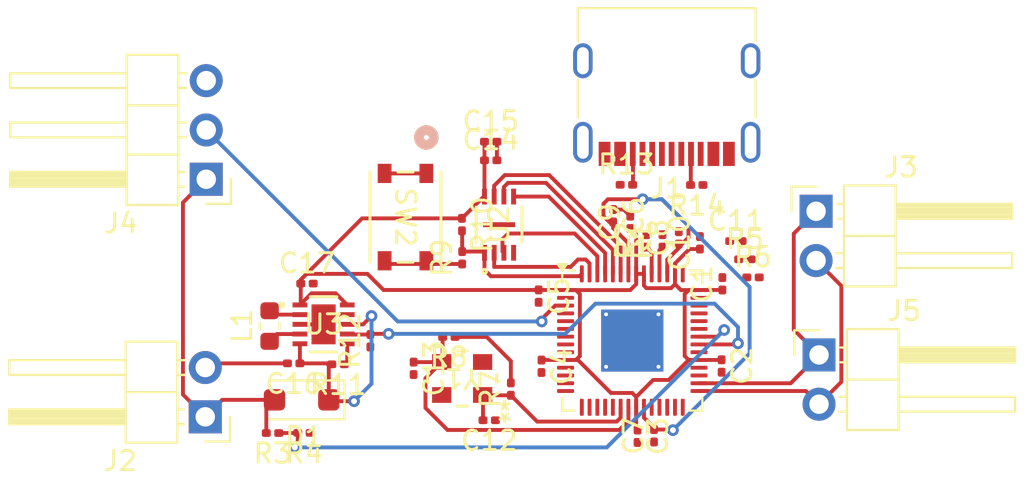
<source format=kicad_pcb>
(kicad_pcb (version 20240108) (generator "pcbnew") (generator_version "8.0")
  (layers (0 "F.Cu" signal) (31 "B.Cu" signal) (34 "B.Paste" user) (35 "F.Paste" user) (36 "B.SilkS" user "B.Silkscreen") (37 "F.SilkS" user "F.Silkscreen") (38 "B.Mask" user) (39 "F.Mask" user) (44 "Edge.Cuts" user))
  (net 0 "")
  (net 1 "/3V3")
  (net 2 "GND")
  (net 3 "/1V1")
  (net 4 "/ADC_AVDD")
  (net 5 "/XIN")
  (net 6 "/XOUT")
  (net 8 "/VSYS")
  (net 9 "/5v")
  (net 10 "/D+")
  (net 12 "/CC2")
  (net 15 "/D-")
  (net 17 "/CC1")
  (net 20 "/I2C D-")
  (net 21 "/I2C D+")
  (net 22 "Net-(U3-LX2)")
  (net 23 "Net-(U3-LX1)")
  (net 24 "Net-(U1-USB_DM)")
  (net 25 "Net-(U1-USB_DP)")
  (net 26 "/GPIO24")
  (net 27 "/ADC_VREF")
  (net 28 "Net-(R7-Pad2)")
  (net 29 "/QSPI_CSN")
  (net 30 "Net-(R9-Pad1)")
  (net 31 "/3V3_EN")
  (net 32 "/GPIO23")
  (net 34 "/QSPI_SD1")
  (net 38 "/LED OUT")
  (net 45 "/QSPI_SD3")
  (net 47 "/RUN")
  (net 52 "/QSPI_SD2")
  (net 58 "/QSPI_SCLK")
  (net 61 "/QSPI_SD0")
  (footprint "Resistor_SMD:R_0201_0603Metric" (layer "F.Cu") (at 130.375 86.26)
    (property "Reference" "R5" (at 0 -1.05 0) (layer "F.SilkS"))
    (property "Value" "1R")
    (pad "1" smd roundrect (at -0.32 0) (size 0.46 0.4) (layers "F.Cu" "F.Mask") (net 4 "/ADC_AVDD"))
    (pad "2" smd roundrect (at 0.32 0) (size 0.46 0.4) (layers "F.Cu" "F.Mask") (net 27 "/ADC_VREF"))
  )
  (footprint "Resistor_SMD:R_0201_0603Metric" (layer "F.Cu") (at 130.795 87.19)
    (property "Reference" "R6" (at 0 -1.05 0) (layer "F.SilkS"))
    (property "Value" "200R")
    (pad "1" smd roundrect (at -0.32 0) (size 0.46 0.4) (layers "F.Cu" "F.Mask") (net 27 "/ADC_VREF"))
    (pad "2" smd roundrect (at 0.32 0) (size 0.46 0.4) (layers "F.Cu" "F.Mask") (net 1 "/3V3"))
  )
  (footprint "RT6150B_33GQW:10-WFDFN-EP_RIT" (layer "F.Cu") (at 108.6708 89.610001)
    (property "Reference" "U3" (at 0 0 0) (layer "F.SilkS"))
    (property "Value" "RT6150B-33GQW")
    (pad "1" smd rect (at -1.2192 -1.000001) (size 0.762 0.254) (layers "F.Cu" "F.Paste" "F.Mask") (net 1 "/3V3"))
    (pad "2" smd rect (at -1.2192 -0.499999) (size 0.762 0.254) (layers "F.Cu" "F.Paste" "F.Mask") (net 22 "Net-(U3-LX2)"))
    (pad "3" smd rect (at -1.2192 0) (size 0.762 0.254) (layers "F.Cu" "F.Paste" "F.Mask") (net 2 "GND"))
    (pad "4" smd rect (at -1.2192 0.499999) (size 0.762 0.254) (layers "F.Cu" "F.Paste" "F.Mask") (net 23 "Net-(U3-LX1)"))
    (pad "5" smd rect (at -1.2192 1.000001) (size 0.762 0.254) (layers "F.Cu" "F.Paste" "F.Mask") (net 8 "/VSYS"))
    (pad "6" smd rect (at 1.2192 1.000001) (size 0.762 0.254) (layers "F.Cu" "F.Paste" "F.Mask") (net 31 "/3V3_EN"))
    (pad "7" smd rect (at 1.2192 0.499999) (size 0.762 0.254) (layers "F.Cu" "F.Paste" "F.Mask") (net 32 "/GPIO23"))
    (pad "8" smd rect (at 1.2192 0) (size 0.762 0.254) (layers "F.Cu" "F.Paste" "F.Mask") (net 8 "/VSYS"))
    (pad "9" smd rect (at 1.2192 -0.499999) (size 0.762 0.254) (layers "F.Cu" "F.Paste" "F.Mask") (net 2 "GND"))
    (pad "10" smd rect (at 1.2192 -1.000001) (size 0.762 0.254) (layers "F.Cu" "F.Paste" "F.Mask") (net 1 "/3V3"))
    (pad "11" smd rect (at 0 0) (size 1.2446 2.0574) (layers "F.Cu" "F.Paste" "F.Mask") (net 2 "GND"))
  )
  (footprint "Resistor_SMD:R_0201_0603Metric" (layer "F.Cu") (at 127.895 82.43 180)
    (property "Reference" "R14" (at 0 -1.05 360) (layer "F.SilkS"))
    (property "Value" "5.11K")
    (pad "1" smd roundrect (at -0.32 0 180) (size 0.46 0.4) (layers "F.Cu" "F.Mask") (net 2 "GND"))
    (pad "2" smd roundrect (at 0.32 0 180) (size 0.46 0.4) (layers "F.Cu" "F.Mask") (net 17 "/CC1"))
  )
  (footprint "Inductor_SMD:L_0603_1608Metric" (layer "F.Cu") (at 105.89 89.697502 90)
    (property "Reference" "L1" (at 0 -1.43 90) (layer "F.SilkS"))
    (property "Value" "L")
    (pad "1" smd roundrect (at -0.7875 0 90) (size 0.875 0.95) (layers "F.Cu" "F.Paste" "F.Mask") (net 23 "Net-(U3-LX1)"))
    (pad "2" smd roundrect (at 0.7875 0 90) (size 0.875 0.95) (layers "F.Cu" "F.Paste" "F.Mask") (net 22 "Net-(U3-LX2)"))
  )
  (footprint "PTS815_SJM_250_SMTR_LFS:SW4_PTS815 SJM 250 SMTR LFS_CNK" (layer "F.Cu") (at 112.89 84.0842 -90)
    (property "Reference" "SW2" (at 0 0 -90) (layer "F.SilkS"))
    (property "Value" "PTS815 SJM 250 SMTR LFS")
    (pad "1" smd rect (at -2.250001 -1.074999 270) (size 0.9906 0.7112) (layers "F.Cu" "F.Paste" "F.Mask") (net 2 "GND"))
    (pad "2" smd rect (at 2.250001 -1.074999 270) (size 0.9906 0.7112) (layers "F.Cu" "F.Paste" "F.Mask") (net 30 "Net-(R9-Pad1)"))
    (pad "3" smd rect (at -2.250001 1.074999 270) (size 0.9906 0.7112) (layers "F.Cu" "F.Paste" "F.Mask") (net 2 "GND"))
    (pad "4" smd rect (at 2.250001 1.074999 270) (size 0.9906 0.7112) (layers "F.Cu" "F.Paste" "F.Mask") (net 30 "Net-(R9-Pad1)"))
  )
  (footprint "Capacitor_SMD:C_0201_0603Metric" (layer "F.Cu") (at 107.815 87.510002)
    (property "Reference" "C17" (at 0 -1.05 360) (layer "F.SilkS"))
    (property "Value" "0.47uF")
    (pad "1" smd roundrect (at -0.32 0) (size 0.46 0.4) (layers "F.Cu" "F.Mask") (net 1 "/3V3"))
    (pad "2" smd roundrect (at 0.32 0) (size 0.46 0.4) (layers "F.Cu" "F.Mask") (net 2 "GND"))
  )
  (footprint "Resistor_SMD:R_0201_0603Metric" (layer "F.Cu") (at 109.415 91.670002 180)
    (property "Reference" "R11" (at 0 -1.05 360) (layer "F.SilkS"))
    (property "Value" "100K")
    (pad "1" smd roundrect (at -0.32 0 180) (size 0.46 0.4) (layers "F.Cu" "F.Mask") (net 31 "/3V3_EN"))
    (pad "2" smd roundrect (at 0.32 0 180) (size 0.46 0.4) (layers "F.Cu" "F.Mask") (net 8 "/VSYS"))
  )
  (footprint "Capacitor_SMD:C_0201_0603Metric" (layer "F.Cu") (at 126.97 85.155 90)
    (property "Reference" "C8" (at 0 -1.05 90) (layer "F.SilkS"))
    (property "Value" "2u2")
    (pad "1" smd roundrect (at -0.32 0 90) (size 0.46 0.4) (layers "F.Cu" "F.Mask") (net 3 "/1V1"))
    (pad "2" smd roundrect (at 0.32 0 90) (size 0.46 0.4) (layers "F.Cu" "F.Mask") (net 2 "GND"))
  )
  (footprint "Connector_PinHeader_2.54mm:PinHeader_1x02_P2.54mm_Horizontal" (layer "F.Cu") (at 102.575 94.375 180)
    (property "Reference" "J2" (at 4.385 -2.27 360) (layer "F.SilkS"))
    (property "Value" "Conn_01x02_Pin")
    (pad "1" thru_hole rect (at 0 0 180) (size 1.7 1.7) (drill 1) (layers "*.Cu" "*.Mask") (net 9 "/5v"))
    (pad "2" thru_hole oval (at 0 2.54 180) (size 1.7 1.7) (drill 1) (layers "*.Cu" "*.Mask") (net 2 "GND"))
  )
  (footprint "Capacitor_SMD:C_0201_0603Metric" (layer "F.Cu") (at 124.47 84.355 90)
    (property "Reference" "C9" (at 0 -1.05 90) (layer "F.SilkS"))
    (property "Value" "100nF")
    (pad "1" smd roundrect (at -0.32 0 90) (size 0.46 0.4) (layers "F.Cu" "F.Mask") (net 1 "/3V3"))
    (pad "2" smd roundrect (at 0.32 0 90) (size 0.46 0.4) (layers "F.Cu" "F.Mask") (net 2 "GND"))
  )
  (footprint "Capacitor_SMD:C_0201_0603Metric" (layer "F.Cu") (at 128.06 85.41 90)
    (property "Reference" "C10" (at 0 -1.05 90) (layer "F.SilkS"))
    (property "Value" "2u2")
    (pad "1" smd roundrect (at -0.32 0 90) (size 0.46 0.4) (layers "F.Cu" "F.Mask") (net 1 "/3V3"))
    (pad "2" smd roundrect (at 0.32 0 90) (size 0.46 0.4) (layers "F.Cu" "F.Mask") (net 2 "GND"))
  )
  (footprint "Package_DFN_QFN:QFN-56-1EP_7x7mm_P0.4mm_EP3.2x3.2mm_ThermalVias" (layer "F.Cu") (at 124.575 90.445)
    (property "Reference" "U1" (at 0 -4.83 360) (layer "F.SilkS"))
    (property "Value" "RP2040")
    (pad "1" smd roundrect (at -3.4375 -2.6) (size 0.875 0.2) (layers "F.Cu" "F.Paste" "F.Mask") (net 1 "/3V3"))
    (pad "2" smd roundrect (at -3.4375 -2.2) (size 0.875 0.2) (layers "F.Cu" "F.Paste" "F.Mask"))
    (pad "3" smd roundrect (at -3.4375 -1.8) (size 0.875 0.2) (layers "F.Cu" "F.Paste" "F.Mask") (net 38 "/LED OUT"))
    (pad "4" smd roundrect (at -3.4375 -1.4) (size 0.875 0.2) (layers "F.Cu" "F.Paste" "F.Mask"))
    (pad "5" smd roundrect (at -3.4375 -1) (size 0.875 0.2) (layers "F.Cu" "F.Paste" "F.Mask"))
    (pad "6" smd roundrect (at -3.4375 -0.6) (size 0.875 0.2) (layers "F.Cu" "F.Paste" "F.Mask"))
    (pad "7" smd roundrect (at -3.4375 -0.2) (size 0.875 0.2) (layers "F.Cu" "F.Paste" "F.Mask"))
    (pad "8" smd roundrect (at -3.4375 0.2) (size 0.875 0.2) (layers "F.Cu" "F.Paste" "F.Mask"))
    (pad "9" smd roundrect (at -3.4375 0.6) (size 0.875 0.2) (layers "F.Cu" "F.Paste" "F.Mask"))
    (pad "10" smd roundrect (at -3.4375 1) (size 0.875 0.2) (layers "F.Cu" "F.Paste" "F.Mask") (net 1 "/3V3"))
    (pad "11" smd roundrect (at -3.4375 1.4) (size 0.875 0.2) (layers "F.Cu" "F.Paste" "F.Mask"))
    (pad "12" smd roundrect (at -3.4375 1.8) (size 0.875 0.2) (layers "F.Cu" "F.Paste" "F.Mask"))
    (pad "13" smd roundrect (at -3.4375 2.2) (size 0.875 0.2) (layers "F.Cu" "F.Paste" "F.Mask"))
    (pad "14" smd roundrect (at -3.4375 2.6) (size 0.875 0.2) (layers "F.Cu" "F.Paste" "F.Mask"))
    (pad "15" smd roundrect (at -2.6 3.4375) (size 0.2 0.875) (layers "F.Cu" "F.Paste" "F.Mask"))
    (pad "16" smd roundrect (at -2.2 3.4375) (size 0.2 0.875) (layers "F.Cu" "F.Paste" "F.Mask"))
    (pad "17" smd roundrect (at -1.8 3.4375) (size 0.2 0.875) (layers "F.Cu" "F.Paste" "F.Mask"))
    (pad "18" smd roundrect (at -1.4 3.4375) (size 0.2 0.875) (layers "F.Cu" "F.Paste" "F.Mask"))
    (pad "19" smd roundrect (at -1 3.4375) (size 0.2 0.875) (layers "F.Cu" "F.Paste" "F.Mask") (net 2 "GND"))
    (pad "20" smd roundrect (at -0.6 3.4375) (size 0.2 0.875) (layers "F.Cu" "F.Paste" "F.Mask") (net 5 "/XIN"))
    (pad "21" smd roundrect (at -0.2 3.4375) (size 0.2 0.875) (layers "F.Cu" "F.Paste" "F.Mask") (net 6 "/XOUT"))
    (pad "22" smd roundrect (at 0.2 3.4375) (size 0.2 0.875) (layers "F.Cu" "F.Paste" "F.Mask") (net 1 "/3V3"))
    (pad "23" smd roundrect (at 0.6 3.4375) (size 0.2 0.875) (layers "F.Cu" "F.Paste" "F.Mask") (net 3 "/1V1"))
    (pad "24" smd roundrect (at 1 3.4375) (size 0.2 0.875) (layers "F.Cu" "F.Paste" "F.Mask"))
    (pad "25" smd roundrect (at 1.4 3.4375) (size 0.2 0.875) (layers "F.Cu" "F.Paste" "F.Mask"))
    (pad "26" smd roundrect (at 1.8 3.4375) (size 0.2 0.875) (layers "F.Cu" "F.Paste" "F.Mask") (net 47 "/RUN"))
    (pad "27" smd roundrect (at 2.2 3.4375) (size 0.2 0.875) (layers "F.Cu" "F.Paste" "F.Mask"))
    (pad "28" smd roundrect (at 2.6 3.4375) (size 0.2 0.875) (layers "F.Cu" "F.Paste" "F.Mask"))
    (pad "29" smd roundrect (at 3.4375 2.6) (size 0.875 0.2) (layers "F.Cu" "F.Paste" "F.Mask") (net 20 "/I2C D-"))
    (pad "30" smd roundrect (at 3.4375 2.2) (size 0.875 0.2) (layers "F.Cu" "F.Paste" "F.Mask") (net 21 "/I2C D+"))
    (pad "31" smd roundrect (at 3.4375 1.8) (size 0.875 0.2) (layers "F.Cu" "F.Paste" "F.Mask"))
    (pad "32" smd roundrect (at 3.4375 1.4) (size 0.875 0.2) (layers "F.Cu" "F.Paste" "F.Mask"))
    (pad "33" smd roundrect (at 3.4375 1) (size 0.875 0.2) (layers "F.Cu" "F.Paste" "F.Mask") (net 1 "/3V3"))
    (pad "34" smd roundrect (at 3.4375 0.6) (size 0.875 0.2) (layers "F.Cu" "F.Paste" "F.Mask"))
    (pad "35" smd roundrect (at 3.4375 0.2) (size 0.875 0.2) (layers "F.Cu" "F.Paste" "F.Mask") (net 32 "/GPIO23"))
    (pad "36" smd roundrect (at 3.4375 -0.2) (size 0.875 0.2) (layers "F.Cu" "F.Paste" "F.Mask") (net 26 "/GPIO24"))
    (pad "37" smd roundrect (at 3.4375 -0.6) (size 0.875 0.2) (layers "F.Cu" "F.Paste" "F.Mask"))
    (pad "38" smd roundrect (at 3.4375 -1) (size 0.875 0.2) (layers "F.Cu" "F.Paste" "F.Mask"))
    (pad "39" smd roundrect (at 3.4375 -1.4) (size 0.875 0.2) (layers "F.Cu" "F.Paste" "F.Mask"))
    (pad "40" smd roundrect (at 3.4375 -1.8) (size 0.875 0.2) (layers "F.Cu" "F.Paste" "F.Mask"))
    (pad "41" smd roundrect (at 3.4375 -2.2) (size 0.875 0.2) (layers "F.Cu" "F.Paste" "F.Mask"))
    (pad "42" smd roundrect (at 3.4375 -2.6) (size 0.875 0.2) (layers "F.Cu" "F.Paste" "F.Mask") (net 1 "/3V3"))
    (pad "43" smd roundrect (at 2.6 -3.4375) (size 0.2 0.875) (layers "F.Cu" "F.Paste" "F.Mask") (net 4 "/ADC_AVDD"))
    (pad "44" smd roundrect (at 2.2 -3.4375) (size 0.2 0.875) (layers "F.Cu" "F.Paste" "F.Mask") (net 1 "/3V3"))
    (pad "45" smd roundrect (at 1.8 -3.4375) (size 0.2 0.875) (layers "F.Cu" "F.Paste" "F.Mask") (net 3 "/1V1"))
    (pad "46" smd roundrect (at 1.4 -3.4375) (size 0.2 0.875) (layers "F.Cu" "F.Paste" "F.Mask") (net 24 "Net-(U1-USB_DM)"))
    (pad "47" smd roundrect (at 1 -3.4375) (size 0.2 0.875) (layers "F.Cu" "F.Paste" "F.Mask") (net 25 "Net-(U1-USB_DP)"))
    (pad "48" smd roundrect (at 0.6 -3.4375) (size 0.2 0.875) (layers "F.Cu" "F.Paste" "F.Mask") (net 1 "/3V3"))
    (pad "49" smd roundrect (at 0.2 -3.4375) (size 0.2 0.875) (layers "F.Cu" "F.Paste" "F.Mask") (net 1 "/3V3"))
    (pad "50" smd roundrect (at -0.2 -3.4375) (size 0.2 0.875) (layers "F.Cu" "F.Paste" "F.Mask") (net 3 "/1V1"))
    (pad "51" smd roundrect (at -0.6 -3.4375) (size 0.2 0.875) (layers "F.Cu" "F.Paste" "F.Mask") (net 45 "/QSPI_SD3"))
    (pad "52" smd roundrect (at -1 -3.4375) (size 0.2 0.875) (layers "F.Cu" "F.Paste" "F.Mask") (net 58 "/QSPI_SCLK"))
    (pad "53" smd roundrect (at -1.4 -3.4375) (size 0.2 0.875) (layers "F.Cu" "F.Paste" "F.Mask") (net 61 "/QSPI_SD0"))
    (pad "54" smd roundrect (at -1.8 -3.4375) (size 0.2 0.875) (layers "F.Cu" "F.Paste" "F.Mask") (net 52 "/QSPI_SD2"))
    (pad "55" smd roundrect (at -2.2 -3.4375) (size 0.2 0.875) (layers "F.Cu" "F.Paste" "F.Mask") (net 34 "/QSPI_SD1"))
    (pad "56" smd roundrect (at -2.6 -3.4375) (size 0.2 0.875) (layers "F.Cu" "F.Paste" "F.Mask") (net 29 "/QSPI_CSN"))
    (pad "57" thru_hole circle (at -1.35 -1.35) (size 0.5 0.5) (drill 0.2) (property pad_prop_heatsink) (layers "*.Cu") (net 2 "GND"))
    (pad "57" thru_hole circle (at -1.35 1.35) (size 0.5 0.5) (drill 0.2) (property pad_prop_heatsink) (layers "*.Cu") (net 2 "GND"))
    (pad "57" smd rect (at 0 0) (size 3.2 3.2) (property pad_prop_heatsink) (layers "F.Cu" "F.Mask") (net 2 "GND"))
    (pad "57" smd rect (at 0 0) (size 3.2 3.2) (property pad_prop_heatsink) (layers "B.Cu") (net 2 "GND"))
    (pad "57" thru_hole circle (at 1.35 -1.35) (size 0.5 0.5) (drill 0.2) (property pad_prop_heatsink) (layers "*.Cu") (net 2 "GND"))
    (pad "57" thru_hole circle (at 1.35 1.35) (size 0.5 0.5) (drill 0.2) (property pad_prop_heatsink) (layers "*.Cu") (net 2 "GND"))
  )
  (footprint "Capacitor_SMD:C_0201_0603Metric" (layer "F.Cu") (at 119.895 91.77 -90)
    (property "Reference" "C4" (at 0 -1.05 90) (layer "F.SilkS"))
    (property "Value" "100nF")
    (pad "1" smd roundrect (at -0.32 0 270) (size 0.46 0.4) (layers "F.Cu" "F.Mask") (net 1 "/3V3"))
    (pad "2" smd roundrect (at 0.32 0 270) (size 0.46 0.4) (layers "F.Cu" "F.Mask") (net 2 "GND"))
  )
  (footprint "Resistor_SMD:R_0201_0603Metric" (layer "F.Cu") (at 111.08 90.455002 90)
    (property "Reference" "R12" (at 0 -1.05 90) (layer "F.SilkS"))
    (property "Value" "100K")
    (pad "1" smd roundrect (at -0.32 0 90) (size 0.46 0.4) (layers "F.Cu" "F.Mask") (net 2 "GND"))
    (pad "2" smd roundrect (at 0.32 0 90) (size 0.46 0.4) (layers "F.Cu" "F.Mask") (net 32 "/GPIO23"))
  )
  (footprint "Resistor_SMD:R_0201_0603Metric" (layer "F.Cu") (at 115.8 84.47 -90)
    (property "Reference" "R10" (at 0 -1.05 90) (layer "F.SilkS"))
    (property "Value" "No-Fit")
    (pad "1" smd roundrect (at -0.32 0 270) (size 0.46 0.4) (layers "F.Cu" "F.Mask") (net 1 "/3V3"))
    (pad "2" smd roundrect (at 0.32 0 270) (size 0.46 0.4) (layers "F.Cu" "F.Mask") (net 29 "/QSPI_CSN"))
  )
  (footprint "Capacitor_SMD:C_0201_0603Metric" (layer "F.Cu") (at 129.215 87.52 90)
    (property "Reference" "C1" (at 0 -1.05 90) (layer "F.SilkS"))
    (property "Value" "100nF")
    (pad "1" smd roundrect (at -0.32 0 90) (size 0.46 0.4) (layers "F.Cu" "F.Mask") (net 1 "/3V3"))
    (pad "2" smd roundrect (at 0.32 0 90) (size 0.46 0.4) (layers "F.Cu" "F.Mask") (net 2 "GND"))
  )
  (footprint "Capacitor_SMD:C_0201_0603Metric" (layer "F.Cu") (at 119.75 88.155 -90)
    (property "Reference" "C5" (at 0 -1.05 90) (layer "F.SilkS"))
    (property "Value" "100nF")
    (pad "1" smd roundrect (at -0.32 0 270) (size 0.46 0.4) (layers "F.Cu" "F.Mask") (net 1 "/3V3"))
    (pad "2" smd roundrect (at 0.32 0 270) (size 0.46 0.4) (layers "F.Cu" "F.Mask") (net 2 "GND"))
  )
  (footprint "Connector_PinHeader_2.54mm:PinHeader_1x03_P2.54mm_Horizontal" (layer "F.Cu") (at 102.625 82.135 180)
    (property "Reference" "J4" (at 4.385 -2.27 0) (layer "F.SilkS"))
    (property "Value" "Conn_01x03_Pin")
    (pad "1" thru_hole rect (at 0 0 180) (size 1.7 1.7) (drill 1) (layers "*.Cu" "*.Mask") (net 9 "/5v"))
    (pad "2" thru_hole oval (at 0 2.54 180) (size 1.7 1.7) (drill 1) (layers "*.Cu" "*.Mask") (net 38 "/LED OUT"))
    (pad "3" thru_hole oval (at 0 5.08 180) (size 1.7 1.7) (drill 1) (layers "*.Cu" "*.Mask") (net 2 "GND"))
  )
  (footprint "Resistor_SMD:R_0201_0603Metric" (layer "F.Cu") (at 124.27 82.42)
    (property "Reference" "R13" (at 0 -1.05 360) (layer "F.SilkS"))
    (property "Value" "5.11K")
    (pad "1" smd roundrect (at -0.32 0) (size 0.46 0.4) (layers "F.Cu" "F.Mask") (net 2 "GND"))
    (pad "2" smd roundrect (at 0.32 0) (size 0.46 0.4) (layers "F.Cu" "F.Mask") (net 12 "/CC2"))
  )
  (footprint "Capacitor_SMD:C_0201_0603Metric" (layer "F.Cu") (at 117.2037 94.5506 180)
    (property "Reference" "C12" (at 0 -1.05 360) (layer "F.SilkS"))
    (property "Value" "15pF")
    (pad "1" smd roundrect (at -0.32 0 180) (size 0.46 0.4) (layers "F.Cu" "F.Mask") (net 2 "GND"))
    (pad "2" smd roundrect (at 0.32 0 180) (size 0.46 0.4) (layers "F.Cu" "F.Mask") (net 5 "/XIN"))
  )
  (footprint "W25Q16JVUXIQ_TR:USON-8_UX_2x3x0p6_WIN" (layer "F.Cu") (at 117.71 84.475 90)
    (property "Reference" "U2" (at 0 0 90) (layer "F.SilkS"))
    (property "Value" "W25Q16JVUXIQ TR")
    (pad "1" smd rect (at -1.4478 -0.750001 90) (size 0.8128 0.254) (layers "F.Cu" "F.Paste" "F.Mask") (net 29 "/QSPI_CSN"))
    (pad "2" smd rect (at -1.4478 -0.25 90) (size 0.8128 0.254) (layers "F.Cu" "F.Paste" "F.Mask") (net 34 "/QSPI_SD1"))
    (pad "3" smd rect (at -1.4478 0.25 90) (size 0.8128 0.254) (layers "F.Cu" "F.Paste" "F.Mask") (net 52 "/QSPI_SD2"))
    (pad "4" smd rect (at -1.4478 0.750001 90) (size 0.8128 0.254) (layers "F.Cu" "F.Paste" "F.Mask") (net 2 "GND"))
    (pad "5" smd rect (at 1.4478 0.750001 90) (size 0.8128 0.254) (layers "F.Cu" "F.Paste" "F.Mask") (net 61 "/QSPI_SD0"))
    (pad "6" smd rect (at 1.4478 0.25 90) (size 0.8128 0.254) (layers "F.Cu" "F.Paste" "F.Mask") (net 58 "/QSPI_SCLK"))
    (pad "7" smd rect (at 1.4478 -0.25 90) (size 0.8128 0.254) (layers "F.Cu" "F.Paste" "F.Mask") (net 45 "/QSPI_SD3"))
    (pad "8" smd rect (at 1.4478 -0.750001 90) (size 0.8128 0.254) (layers "F.Cu" "F.Paste" "F.Mask") (net 1 "/3V3"))
    (pad "9" smd rect (at 0 0 90) (size 0.254 1.651) (layers "F.Cu" "F.Paste" "F.Mask"))
  )
  (footprint "Diode_SMD:D_SOD-123F" (layer "F.Cu") (at 107.54 93.5 180)
    (property "Reference" "D1" (at -0.127 -1.905 360) (layer "F.SilkS"))
    (property "Value" "D_Schottky")
    (pad "1" smd roundrect (at -1.4 0 180) (size 1.1 1.1) (layers "F.Cu" "F.Paste" "F.Mask") (roundrect_rratio 0.2272727273) (net 8 "/VSYS"))
    (pad "2" smd roundrect (at 1.4 0 180) (size 1.1 1.1) (layers "F.Cu" "F.Paste" "F.Mask") (roundrect_rratio 0.2272727273) (net 9 "/5v"))
  )
  (footprint "Resistor_SMD:R_0201_0603Metric" (layer "F.Cu") (at 126.13 85.31 90)
    (property "Reference" "R1" (at 0 -1.05 90) (layer "F.SilkS"))
    (property "Value" "27R")
    (pad "1" smd roundrect (at -0.32 0 90) (size 0.46 0.4) (layers "F.Cu" "F.Mask") (net 24 "Net-(U1-USB_DM)"))
    (pad "2" smd roundrect (at 0.32 0 90) (size 0.46 0.4) (layers "F.Cu" "F.Mask") (net 15 "/D-"))
  )
  (footprint "Capacitor_SMD:C_0201_0603Metric" (layer "F.Cu") (at 129.915 85.32)
    (property "Reference" "C11" (at 0 -1.05 0) (layer "F.SilkS"))
    (property "Value" "2u2")
    (pad "1" smd roundrect (at -0.32 0) (size 0.46 0.4) (layers "F.Cu" "F.Mask") (net 4 "/ADC_AVDD"))
    (pad "2" smd roundrect (at 0.32 0) (size 0.46 0.4) (layers "F.Cu" "F.Mask") (net 2 "GND"))
  )
  (footprint "Resistor_SMD:R_0201_0603Metric" (layer "F.Cu") (at 115.1237 90.2606 180)
    (property "Reference" "R8" (at 0 -1.05 360) (layer "F.SilkS"))
    (property "Value" "63")
    (pad "1" smd roundrect (at -0.32 0 180) (size 0.46 0.4) (layers "F.Cu" "F.Mask") (net 28 "Net-(R7-Pad2)"))
    (pad "2" smd roundrect (at 0.32 0 180) (size 0.46 0.4) (layers "F.Cu" "F.Mask") (net 6 "/XOUT"))
  )
  (footprint "ABM8G_12_000MHZ_B4Y_T:CRYSTAL_ABM8G_ABR" (layer "F.Cu") (at 115.81 92.4 180)
    (property "Reference" "Y1" (at 0 0 180) (layer "F.SilkS"))
    (property "Value" "ABM8G-12.000MHZ-B4Y-T")
    (fp_text user "*" (at -2.1844 -1.7 180) (layer "F.SilkS"))
    (fp_text user "*" (at -2.1844 -1.7 360) (layer "F.SilkS"))
    (pad "1" smd rect (at -1.0541 -0.850001 270) (size 0.8128 0.9906) (layers "F.Cu" "F.Paste" "F.Mask") (net 5 "/XIN"))
    (pad "2" smd rect (at -1.0541 0.850001 270) (size 0.8128 0.9906) (layers "F.Cu" "F.Paste" "F.Mask") (net 2 "GND"))
    (pad "3" smd rect (at 1.0541 0.850001 270) (size 0.8128 0.9906) (layers "F.Cu" "F.Paste" "F.Mask") (net 6 "/XOUT"))
    (pad "4" smd rect (at 1.0541 -0.850001 270) (size 0.8128 0.9906) (layers "F.Cu" "F.Paste" "F.Mask") (net 2 "GND"))
  )
  (footprint "Capacitor_SMD:C_0201_0603Metric" (layer "F.Cu") (at 129.175 91.755 -90)
    (property "Reference" "C2" (at 0 -1.05 90) (layer "F.SilkS"))
    (property "Value" "100nF")
    (pad "1" smd roundrect (at -0.32 0 270) (size 0.46 0.4) (layers "F.Cu" "F.Mask") (net 1 "/3V3"))
    (pad "2" smd roundrect (at 0.32 0 270) (size 0.46 0.4) (layers "F.Cu" "F.Mask") (net 2 "GND"))
  )
  (footprint "Connector_USB:USB_C_Receptacle_G-Switch_GT-USB-7010ASV" (layer "F.Cu") (at 126.35 77.105 180)
    (property "Reference" "J1" (at 0 -5.5 360) (layer "F.SilkS"))
    (property "Value" "USB_C_Receptacle_USB2.0_16P")
    (pad "" np_thru_hole circle (at -2.89 -2.605 180) (size 0.65 0.65) (drill 0.65) (layers "*.Cu" "*.Mask"))
    (pad "" np_thru_hole circle (at 2.89 -2.605 180) (size 0.65 0.65) (drill 0.65) (layers "*.Cu" "*.Mask"))
    (pad "A1" smd rect (at -3.2 -3.725 180) (size 0.6 1.24) (layers "F.Cu" "F.Paste" "F.Mask") (net 2 "GND"))
    (pad "A4" smd rect (at -2.4 -3.725 180) (size 0.6 1.24) (layers "F.Cu" "F.Paste" "F.Mask"))
    (pad "A5" smd rect (at -1.25 -3.725 180) (size 0.3 1.24) (layers "F.Cu" "F.Paste" "F.Mask") (net 17 "/CC1"))
    (pad "A6" smd rect (at -0.25 -3.725 180) (size 0.3 1.24) (layers "F.Cu" "F.Paste" "F.Mask") (net 10 "/D+"))
    (pad "A7" smd rect (at 0.25 -3.725 180) (size 0.3 1.24) (layers "F.Cu" "F.Paste" "F.Mask") (net 15 "/D-"))
    (pad "A8" smd rect (at 1.25 -3.725 180) (size 0.3 1.24) (layers "F.Cu" "F.Paste" "F.Mask"))
    (pad "A9" smd rect (at 2.4 -3.725 180) (size 0.6 1.24) (layers "F.Cu" "F.Paste" "F.Mask"))
    (pad "A12" smd rect (at 3.2 -3.725 180) (size 0.6 1.24) (layers "F.Cu" "F.Paste" "F.Mask") (net 2 "GND"))
    (pad "B1" smd rect (at 3.2 -3.725 180) (size 0.6 1.24) (layers "F.Cu" "F.Paste" "F.Mask") (net 2 "GND"))
    (pad "B4" smd rect (at 2.4 -3.725 180) (size 0.6 1.24) (layers "F.Cu" "F.Paste" "F.Mask"))
    (pad "B5" smd rect (at 1.75 -3.725 180) (size 0.3 1.24) (layers "F.Cu" "F.Paste" "F.Mask") (net 12 "/CC2"))
    (pad "B6" smd rect (at 0.75 -3.725 180) (size 0.3 1.24) (layers "F.Cu" "F.Paste" "F.Mask") (net 10 "/D+"))
    (pad "B7" smd rect (at -0.75 -3.725 180) (size 0.3 1.24) (layers "F.Cu" "F.Paste" "F.Mask") (net 15 "/D-"))
    (pad "B8" smd rect (at -1.75 -3.725 180) (size 0.3 1.24) (layers "F.Cu" "F.Paste" "F.Mask"))
    (pad "B9" smd rect (at -2.4 -3.725 180) (size 0.6 1.24) (layers "F.Cu" "F.Paste" "F.Mask"))
    (pad "B12" smd rect (at -3.2 -3.725 180) (size 0.6 1.24) (layers "F.Cu" "F.Paste" "F.Mask") (net 2 "GND"))
    (pad "S1" thru_hole oval (at -4.32 -3.125 180) (size 1 2.1) (drill oval 0.6 1.7) (layers "*.Cu" "*.Mask") (net 2 "GND"))
    (pad "S1" thru_hole oval (at -4.32 1.075 180) (size 1 1.8) (drill oval 0.6 1.4) (layers "*.Cu" "*.Mask") (net 2 "GND"))
    (pad "S1" thru_hole oval (at 4.32 -3.125 180) (size 1 2.1) (drill oval 0.6 1.7) (layers "*.Cu" "*.Mask") (net 2 "GND"))
    (pad "S1" thru_hole oval (at 4.32 1.075 180) (size 1 1.8) (drill oval 0.6 1.4) (layers "*.Cu" "*.Mask") (net 2 "GND"))
  )
  (footprint "Resistor_SMD:R_0201_0603Metric" (layer "F.Cu") (at 125.3 85.31 90)
    (property "Reference" "R2" (at 0 -1.05 90) (layer "F.SilkS"))
    (property "Value" "27R")
    (pad "1" smd roundrect (at -0.32 0 90) (size 0.46 0.4) (layers "F.Cu" "F.Mask") (net 25 "Net-(U1-USB_DP)"))
    (pad "2" smd roundrect (at 0.32 0 90) (size 0.46 0.4) (layers "F.Cu" "F.Mask") (net 10 "/D+"))
  )
  (footprint "Resistor_SMD:R_0201_0603Metric" (layer "F.Cu") (at 118.3187 92.9456 90)
    (property "Reference" "R7" (at 0 -1.05 90) (layer "F.SilkS"))
    (property "Value" "NO-FIT")
    (pad "1" smd roundrect (at -0.32 0 90) (size 0.46 0.4) (layers "F.Cu" "F.Mask") (net 5 "/XIN"))
    (pad "2" smd roundrect (at 0.32 0 90) (size 0.46 0.4) (layers "F.Cu" "F.Mask") (net 28 "Net-(R7-Pad2)"))
  )
  (footprint "Capacitor_SMD:C_0201_0603Metric" (layer "F.Cu") (at 113.3087 91.8756 -90)
    (property "Reference" "C13" (at 0 -1.05 90) (layer "F.SilkS"))
    (property "Value" "15pF")
    (pad "1" smd roundrect (at -0.32 0 270) (size 0.46 0.4) (layers "F.Cu" "F.Mask") (net 6 "/XOUT"))
    (pad "2" smd roundrect (at 0.32 0 270) (size 0.46 0.4) (layers "F.Cu" "F.Mask") (net 2 "GND"))
  )
  (footprint "Capacitor_SMD:C_0201_0603Metric" (layer "F.Cu") (at 117.28 80.2)
    (property "Reference" "C15" (at 0 -1.05 360) (layer "F.SilkS"))
    (property "Value" "2u2 F")
    (pad "1" smd roundrect (at -0.32 0) (size 0.46 0.4) (layers "F.Cu" "F.Mask") (net 1 "/3V3"))
    (pad "2" smd roundrect (at 0.32 0) (size 0.46 0.4) (layers "F.Cu" "F.Mask") (net 2 "GND"))
  )
  (footprint "Resistor_SMD:R_0201_0603Metric" (layer "F.Cu") (at 115.81 86.18 90)
    (property "Reference" "R9" (at 0 -1.05 90) (layer "F.SilkS"))
    (property "Value" "1K")
    (pad "1" smd roundrect (at -0.32 0 90) (size 0.46 0.4) (layers "F.Cu" "F.Mask") (net 30 "Net-(R9-Pad1)"))
    (pad "2" smd roundrect (at 0.32 0 90) (size 0.46 0.4) (layers "F.Cu" "F.Mask") (net 29 "/QSPI_CSN"))
  )
  (footprint "Resistor_SMD:R_0201_0603Metric" (layer "F.Cu") (at 107.66 95.2 180)
    (property "Reference" "R4" (at 0 -1.05 360) (layer "F.SilkS"))
    (property "Value" "10K")
    (pad "1" smd roundrect (at -0.32 0 180) (size 0.46 0.4) (layers "F.Cu" "F.Mask") (net 2 "GND"))
    (pad "2" smd roundrect (at 0.32 0 180) (size 0.46 0.4) (layers "F.Cu" "F.Mask") (net 26 "/GPIO24"))
  )
  (footprint "Capacitor_SMD:C_0201_0603Metric" (layer "F.Cu") (at 107.13 91.620002 180)
    (property "Reference" "C16" (at 0 -1.05 360) (layer "F.SilkS"))
    (property "Value" "0.47uF")
    (pad "1" smd roundrect (at -0.32 0 180) (size 0.46 0.4) (layers "F.Cu" "F.Mask") (net 8 "/VSYS"))
    (pad "2" smd roundrect (at 0.32 0 180) (size 0.46 0.4) (layers "F.Cu" "F.Mask") (net 2 "GND"))
  )
  (footprint "Capacitor_SMD:C_0201_0603Metric" (layer "F.Cu") (at 124.845 95.375 -90)
    (property "Reference" "C3" (at 0 -1.05 90) (layer "F.SilkS"))
    (property "Value" "100nF")
    (pad "1" smd roundrect (at -0.32 0 270) (size 0.46 0.4) (layers "F.Cu" "F.Mask") (net 1 "/3V3"))
    (pad "2" smd roundrect (at 0.32 0 270) (size 0.46 0.4) (layers "F.Cu" "F.Mask") (net 2 "GND"))
  )
  (footprint "Capacitor_SMD:C_0201_0603Metric" (layer "F.Cu") (at 117.28 81.16)
    (property "Reference" "C14" (at 0 -1.05 360) (layer "F.SilkS"))
    (property "Value" "100nF")
    (pad "1" smd roundrect (at -0.32 0) (size 0.46 0.4) (layers "F.Cu" "F.Mask") (net 1 "/3V3"))
    (pad "2" smd roundrect (at 0.32 0) (size 0.46 0.4) (layers "F.Cu" "F.Mask") (net 2 "GND"))
  )
  (footprint "Resistor_SMD:R_0201_0603Metric" (layer "F.Cu") (at 106.04 95.21 180)
    (property "Reference" "R3" (at 0 -1.05 360) (layer "F.SilkS"))
    (property "Value" "5K6")
    (pad "1" smd roundrect (at -0.32 0 180) (size 0.46 0.4) (layers "F.Cu" "F.Mask") (net 26 "/GPIO24"))
    (pad "2" smd roundrect (at 0.32 0 180) (size 0.46 0.4) (layers "F.Cu" "F.Mask") (net 9 "/5v"))
  )
  (footprint "Capacitor_SMD:C_0201_0603Metric" (layer "F.Cu") (at 125.695 95.35 90)
    (property "Reference" "C7" (at 0 -1.05 90) (layer "F.SilkS"))
    (property "Value" "100nF")
    (pad "1" smd roundrect (at -0.32 0 90) (size 0.46 0.4) (layers "F.Cu" "F.Mask") (net 2 "GND"))
    (pad "2" smd roundrect (at 0.32 0 90) (size 0.46 0.4) (layers "F.Cu" "F.Mask") (net 3 "/1V1"))
  )
  (footprint "Capacitor_SMD:C_0201_0603Metric" (layer "F.Cu") (at 123.59 84.015 -90)
    (property "Reference" "C6" (at 0 -1.05 90) (layer "F.SilkS"))
    (property "Value" "100nF")
    (pad "1" smd roundrect (at -0.32 0 270) (size 0.46 0.4) (layers "F.Cu" "F.Mask") (net 2 "GND"))
    (pad "2" smd roundrect (at 0.32 0 270) (size 0.46 0.4) (layers "F.Cu" "F.Mask") (net 3 "/1V1"))
  )
  (footprint "Connector_PinHeader_2.54mm:PinHeader_1x02_P2.54mm_Horizontal" (layer "F.Cu") (at 134.195 91.185)
    (property "Reference" "J5" (at 4.385 -2.27 0) (layer "F.SilkS"))
    (property "Value" "Conn_01x02_Pin")
    (pad "1" thru_hole rect (at 0 0) (size 1.7 1.7) (drill 1) (layers "*.Cu" "*.Mask") (net 21 "/I2C D+"))
    (pad "2" thru_hole oval (at 0 2.54) (size 1.7 1.7) (drill 1) (layers "*.Cu" "*.Mask") (net 20 "/I2C D-"))
  )
  (footprint "Connector_PinHeader_2.54mm:PinHeader_1x02_P2.54mm_Horizontal" (layer "F.Cu") (at 134.045 83.785)
    (property "Reference" "J3" (at 4.385 -2.27 0) (layer "F.SilkS"))
    (property "Value" "Conn_01x02_Pin")
    (pad "1" thru_hole rect (at 0 0) (size 1.7 1.7) (drill 1) (layers "*.Cu" "*.Mask") (net 21 "/I2C D+"))
    (pad "2" thru_hole oval (at 0 2.54) (size 1.7 1.7) (drill 1) (layers "*.Cu" "*.Mask") (net 20 "/I2C D-"))
  )
  (segment (start 107.495 88.5666) (end 107.4516 88.61) (width 0.2) (layer "F.Cu") (net 1))
  (segment (start 116.959999 80.200001) (end 116.96 80.2) (width 0.2) (layer "F.Cu") (net 1))
  (segment (start 116.965 83.022199) (end 116.959999 83.0272) (width 0.2) (layer "F.Cu") (net 1))
  (segment (start 126.775 87.0075) (end 126.775 86.47364) (width 0.2) (layer "F.Cu") (net 1))
  (segment (start 116.959999 83.0272) (end 116.959999 80.200001) (width 0.2) (layer "F.Cu") (net 1))
  (segment (start 128.0125 87.845) (end 127.47864 87.845) (width 0.2) (layer "F.Cu") (net 1))
  (segment (start 109.89 88.61) (end 109.290002 88.010002) (width 0.2) (layer "F.Cu") (net 1))
  (segment (start 121.67136 91.445) (end 121.1375 91.445) (width 0.2) (layer "F.Cu") (net 1))
  (segment (start 110.930002 87.010002) (end 111.76 87.84) (width 0.2) (layer "F.Cu") (net 1))
  (segment (start 109.290002 88.010002) (end 108.051598 88.010002) (width 0.2) (layer "F.Cu") (net 1))
  (segment (start 126.775 87.54136) (end 126.57136 87.745) (width 0.2) (layer "F.Cu") (net 1))
  (segment (start 107.495 87.310003) (end 107.495 87.510002) (width 0.2) (layer "F.Cu") (net 1))
  (segment (start 124.47136 87.845) (end 121.1375 87.845) (width 0.2) (layer "F.Cu") (net 1))
  (segment (start 124.775 93.8825) (end 124.775 94.985) (width 0.2) (layer "F.Cu") (net 1))
  (segment (start 108.051598 88.010002) (end 107.4516 88.61) (width 0.2) (layer "F.Cu") (net 1))
  (segment (start 127.51864 85.73) (end 128.06 85.73) (width 0.2) (layer "F.Cu") (net 1))
  (segment (start 119.9 91.445) (end 121.1375 91.445) (width 0.2) (layer "F.Cu") (net 1))
  (segment (start 124.47 84.675) (end 124.775 84.98) (width 0.2) (layer "F.Cu") (net 1))
  (segment (start 124.775 87.54136) (end 124.47136 87.845) (width 0.2) (layer "F.Cu") (net 1))
  (segment (start 126.775 86.47364) (end 127.51864 85.73) (width 0.2) (layer "F.Cu") (net 1))
  (segment (start 125.64864 92.475) (end 126.44864 92.475) (width 0.2) (layer "F.Cu") (net 1))
  (segment (start 121.775 91.445) (end 123.475 93.145) (width 0.2) (layer "F.Cu") (net 1))
  (segment (start 107.495 87.310003) (end 107.795001 87.010002) (width 0.2) (layer "F.Cu") (net 1))
  (segment (start 124.775 84.98) (end 124.775 87.0075) (width 0.2) (layer "F.Cu") (net 1))
  (segment (start 125.175 87.0075) (end 124.775 87.0075) (width 0.2) (layer "F.Cu") (net 1))
  (segment (start 126.775 87.0075) (end 126.775 87.54136) (width 0.2) (layer "F.Cu") (net 1))
  (segment (start 124.775 93.34864) (end 125.64864 92.475) (width 0.2) (layer "F.Cu") (net 1))
  (segment (start 124.775 94.985) (end 124.845 95.055) (width 0.2) (layer "F.Cu") (net 1))
  (segment (start 125.305 87.745) (end 125.175 87.615) (width 0.2) (layer "F.Cu") (net 1))
  (segment (start 127.275 91.24136) (end 127.47864 91.445) (width 0.2) (layer "F.Cu") (net 1))
  (segment (start 111.76 87.84) (end 119.985 87.84) (width 0.2) (layer "F.Cu") (net 1))
  (segment (start 123.475 93.145) (end 124.57136 93.145) (width 0.2) (layer "F.Cu") (net 1))
  (segment (start 121.1375 87.845) (end 121.67136 87.845) (width 0.2) (layer "F.Cu") (net 1))
  (segment (start 127.275 88.04864) (end 127.275 91.24136) (width 0.2) (layer "F.Cu") (net 1))
  (segment (start 127.07864 87.845) (end 126.775 87.54136) (width 0.2) (layer "F.Cu") (net 1))
  (segment (start 116.965 82.985) (end 115.8 84.15) (width 0.2) (layer "F.Cu") (net 1))
  (segment (start 129.175 91.435) (end 129.165 91.445) (width 0.2) (layer "F.Cu") (net 1))
  (segment (start 115.8 84.15) (end 110.655003 84.15) (width 0.2) (layer "F.Cu") (net 1))
  (segment (start 121.67136 87.845) (end 121.875 88.04864) (width 0.2) (layer "F.Cu") (net 1))
  (segment (start 126.44864 92.475) (end 127.47864 91.445) (width 0.2) (layer "F.Cu") (net 1))
  (segment (start 127.47864 87.845) (end 127.275 88.04864) (width 0.2) (layer "F.Cu") (net 1))
  (segment (start 107.495 87.510002) (end 107.495 88.5666) (width 0.2) (layer "F.Cu") (net 1))
  (segment (start 124.775 95.04) (end 124.78 95.045) (width 0.2) (layer "F.Cu") (net 1))
  (segment (start 121.875 88.04864) (end 121.875 91.24136) (width 0.2) (layer "F.Cu") (net 1))
  (segment (start 124.775 87.0075) (end 124.775 87.54136) (width 0.2) (layer "F.Cu") (net 1))
  (segment (start 110.655003 84.15) (end 107.495 87.310003) (width 0.2) (layer "F.Cu") (net 1))
  (segment (start 121.875 91.24136) (end 121.67136 91.445) (width 0.2) (layer "F.Cu") (net 1))
  (segment (start 128.0175 87.84) (end 128.0125 87.845) (width 0.2) (layer "F.Cu") (net 1))
  (segment (start 127.47864 91.445) (end 128.0125 91.445) (width 0.2) (layer "F.Cu") (net 1))
  (segment (start 128.0125 87.845) (end 127.07864 87.845) (width 0.2) (layer "F.Cu") (net 1))
  (segment (start 129.215 87.84) (end 128.0175 87.84) (width 0.2) (layer "F.Cu") (net 1))
  (segment (start 124.775 93.8825) (end 124.775 93.34864) (width 0.2) (layer "F.Cu") (net 1))
  (segment (start 125.175 87.615) (end 125.175 87.0075) (width 0.2) (layer "F.Cu") (net 1))
  (segment (start 129.165 91.445) (end 128.0125 91.445) (width 0.2) (layer "F.Cu") (net 1))
  (segment (start 119.985 87.84) (end 121.1325 87.84) (width 0.2) (layer "F.Cu") (net 1))
  (segment (start 107.795001 87.010002) (end 110.930002 87.010002) (width 0.2) (layer "F.Cu") (net 1))
  (segment (start 121.1375 91.445) (end 121.775 91.445) (width 0.2) (layer "F.Cu") (net 1))
  (segment (start 124.57136 93.145) (end 124.775 93.34864) (width 0.2) (layer "F.Cu") (net 1))
  (segment (start 121.1325 87.84) (end 121.1375 87.845) (width 0.2) (layer "F.Cu") (net 1))
  (segment (start 126.57136 87.745) (end 125.305 87.745) (width 0.2) (layer "F.Cu") (net 1))
  (segment (start 111.815001 81.834199) (end 113.964999 81.834199) (width 0.2) (layer "F.Cu") (net 2))
  (segment (start 107.4516 89.610001) (end 108.6708 89.610001) (width 0.2) (layer "F.Cu") (net 2))
  (segment (start 102.789998 91.620002) (end 102.575 91.835) (width 0.2) (layer "F.Cu") (net 2))
  (segment (start 124.13 83.695) (end 124.47 84.035) (width 0.2) (layer "F.Cu") (net 2))
  (segment (start 109.170799 89.110002) (end 109.89 89.110002) (width 0.2) (layer "F.Cu") (net 2))
  (segment (start 108.6708 89.610001) (end 109.170799 89.110002) (width 0.2) (layer "F.Cu") (net 2))
  (segment (start 123.59 83.695) (end 124.13 83.695) (width 0.2) (layer "F.Cu") (net 2))
  (segment (start 117.6 80.2) (end 117.6 81.16) (width 0.2) (layer "F.Cu") (net 2))
  (segment (start 106.81 91.620002) (end 102.789998 91.620002) (width 0.2) (layer "F.Cu") (net 2))
  (segment (start 126.98 85.625) (end 126.98 85.67) (width 0.2) (layer "F.Cu") (net 3))
  (segment (start 126.64 95.03) (end 126.67 95.06) (width 0.2) (layer "F.Cu") (net 3))
  (segment (start 123.390001 84.335) (end 123.59 84.335) (width 0.2) (layer "F.Cu") (net 3))
  (segment (start 124.375 85.436422) (end 124.375 87.0075) (width 0.2) (layer "F.Cu") (net 3))
  (segment (start 127.128456 85.475) (end 126.97 85.475) (width 0.2) (layer "F.Cu") (net 3))
  (segment (start 123.09 83.396544) (end 123.09 84.034999) (width 0.2) (layer "F.Cu") (net 3))
  (segment (start 123.59 84.651422) (end 124.375 85.436422) (width 0.2) (layer "F.Cu") (net 3))
  (segment (start 125.695 94.93636) (end 125.175 94.41636) (width 0.2) (layer "F.Cu") (net 3))
  (segment (start 125.695 95.03) (end 125.695 94.93636) (width 0.2) (layer "F.Cu") (net 3))
  (segment (start 127.47 84.536544) (end 127.47 85.133456) (width 0.2) (layer "F.Cu") (net 3))
  (segment (start 125.695 95.03) (end 126.64 95.03) (width 0.2) (layer "F.Cu") (net 3))
  (segment (start 125.11 83.165) (end 126.098456 83.165) (width 0.2) (layer "F.Cu") (net 3))
  (segment (start 126.098456 83.165) (end 127.47 84.536544) (width 0.2) (layer "F.Cu") (net 3))
  (segment (start 126.375 86.275) (end 126.375 87.0075) (width 0.2) (layer "F.Cu") (net 3))
  (segment (start 123.59 84.335) (end 123.59 84.651422) (width 0.2) (layer "F.Cu") (net 3))
  (segment (start 123.09 84.034999) (end 123.390001 84.335) (width 0.2) (layer "F.Cu") (net 3))
  (segment (start 123.321544 83.165) (end 123.09 83.396544) (width 0.2) (layer "F.Cu") (net 3))
  (segment (start 125.11 83.165) (end 123.321544 83.165) (width 0.2) (layer "F.Cu") (net 3))
  (segment (start 127.47 85.133456) (end 127.128456 85.475) (width 0.2) (layer "F.Cu") (net 3))
  (segment (start 126.98 85.67) (end 126.375 86.275) (width 0.2) (layer "F.Cu") (net 3))
  (segment (start 125.175 94.41636) (end 125.175 93.8825) (width 0.2) (layer "F.Cu") (net 3))
  (via (at 126.67 95.06) (size 0.6) (drill 0.3) (layers "F.Cu" "B.Cu") (net 3))
  (via (at 125.11 83.165) (size 0.6) (drill 0.3) (layers "F.Cu" "B.Cu") (net 3))
  (segment (start 125.11 83.165) (end 126.098456 83.165) (width 0.2) (layer "B.Cu") (net 3))
  (segment (start 126.098456 83.165) (end 130.62 87.686544) (width 0.2) (layer "B.Cu") (net 3))
  (segment (start 130.62 91.11) (end 126.67 95.06) (width 0.2) (layer "B.Cu") (net 3))
  (segment (start 130.62 87.686544) (end 130.62 91.11) (width 0.2) (layer "B.Cu") (net 3))
  (segment (start 119.6731 94.62) (end 123.77136 94.62) (width 0.2) (layer "F.Cu") (net 5))
  (segment (start 116.8837 93.269601) (end 116.8641 93.250001) (width 0.2) (layer "F.Cu") (net 5))
  (segment (start 123.77136 94.62) (end 123.975 94.41636) (width 0.2) (layer "F.Cu") (net 5))
  (segment (start 116.879699 93.2656) (end 116.8641 93.250001) (width 0.2) (layer "F.Cu") (net 5))
  (segment (start 123.975 94.41636) (end 123.975 93.8825) (width 0.2) (layer "F.Cu") (net 5))
  (segment (start 116.8837 94.5506) (end 116.8837 93.269601) (width 0.2) (layer "F.Cu") (net 5))
  (segment (start 118.3187 93.2656) (end 116.879699 93.2656) (width 0.2) (layer "F.Cu") (net 5))
  (segment (start 118.3187 93.2656) (end 119.6731 94.62) (width 0.2) (layer "F.Cu") (net 5))
  (segment (start 115.054799 95.0506) (end 113.92 93.915801) (width 0.2) (layer "F.Cu") (net 6))
  (segment (start 114.8037 90.2606) (end 114.8037 91.502199) (width 0.2) (layer "F.Cu") (net 6))
  (segment (start 114.750299 91.5556) (end 114.7559 91.549999) (width 0.2) (layer "F.Cu") (net 6))
  (segment (start 113.92 93.915801) (end 113.92 92.385899) (width 0.2) (layer "F.Cu") (net 6))
  (segment (start 113.92 92.385899) (end 114.7559 91.549999) (width 0.2) (layer "F.Cu") (net 6))
  (segment (start 113.3087 91.5556) (end 114.750299 91.5556) (width 0.2) (layer "F.Cu") (net 6))
  (segment (start 114.8037 91.502199) (end 114.7559 91.549999) (width 0.2) (layer "F.Cu") (net 6))
  (segment (start 124.375 94.582046) (end 123.906446 95.0506) (width 0.2) (layer "F.Cu") (net 6))
  (segment (start 124.375 93.8825) (end 124.375 94.582046) (width 0.2) (layer "F.Cu") (net 6))
  (segment (start 123.906446 95.0506) (end 115.054799 95.0506) (width 0.2) (layer "F.Cu") (net 6))
  (segment (start 108.94 91.730002) (end 108.83 91.620002) (width 0.2) (layer "F.Cu") (net 8))
  (segment (start 107.45 90.611602) (end 107.4516 90.610002) (width 0.2) (layer "F.Cu") (net 8))
  (segment (start 109.045 91.620002) (end 109.095 91.670002) (width 0.2) (layer "F.Cu") (net 8))
  (segment (start 109.01 93.57) (end 108.94 93.5) (width 0.2) (layer "F.Cu") (net 8))
  (segment (start 107.45 91.620002) (end 107.45 90.611602) (width 0.2) (layer "F.Cu") (net 8))
  (segment (start 110.24 93.57) (end 109.01 93.57) (width 0.2) (layer "F.Cu") (net 8))
  (segment (start 107.45 91.620002) (end 108.83 91.620002) (width 0.2) (layer "F.Cu") (net 8))
  (segment (start 108.83 91.620002) (end 109.045 91.620002) (width 0.2) (layer "F.Cu") (net 8))
  (segment (start 108.94 93.5) (end 108.94 91.730002) (width 0.2) (layer "F.Cu") (net 8))
  (segment (start 110.709999 89.610001) (end 109.89 89.610001) (width 0.2) (layer "F.Cu") (net 8))
  (segment (start 111.14 89.18) (end 110.709999 89.610001) (width 0.2) (layer "F.Cu") (net 8))
  (segment (start 107.475 90.633402) (end 107.4516 90.610002) (width 0.2) (layer "F.Cu") (net 8))
  (via (at 111.14 89.18) (size 0.6) (drill 0.3) (layers "F.Cu" "B.Cu") (net 8))
  (via (at 110.24 93.57) (size 0.6) (drill 0.3) (layers "F.Cu" "B.Cu") (net 8))
  (segment (start 111.14 89.18) (end 111.14 92.67) (width 0.2) (layer "B.Cu") (net 8))
  (segment (start 111.14 92.67) (end 110.24 93.57) (width 0.2) (layer "B.Cu") (net 8))
  (segment (start 105.72 93.92) (end 106.14 93.5) (width 0.2) (layer "F.Cu") (net 9))
  (segment (start 101.425 93.225) (end 102.575 94.375) (width 0.2) (layer "F.Cu") (net 9))
  (segment (start 105.72 95.21) (end 105.72 93.92) (width 0.2) (layer "F.Cu") (net 9))
  (segment (start 101.425 83.335) (end 101.425 93.225) (width 0.2) (layer "F.Cu") (net 9))
  (segment (start 106.14 93.5) (end 103.45 93.5) (width 0.2) (layer "F.Cu") (net 9))
  (segment (start 102.625 82.135) (end 101.425 83.335) (width 0.2) (layer "F.Cu") (net 9))
  (segment (start 103.45 93.5) (end 102.575 94.375) (width 0.2) (layer "F.Cu") (net 9))
  (segment (start 124.61 80.84) (end 124.6 80.83) (width 0.2) (layer "F.Cu") (net 12))
  (segment (start 124.61 82.5) (end 124.61 80.84) (width 0.2) (layer "F.Cu") (net 12))
  (segment (start 127.59 82.5) (end 127.59 80.84) (width 0.2) (layer "F.Cu") (net 17))
  (segment (start 127.59 80.84) (end 127.6 80.83) (width 0.2) (layer "F.Cu") (net 17))
  (segment (start 134.195 93.725) (end 135.345 92.575) (width 0.2) (layer "F.Cu") (net 20))
  (segment (start 135.345 92.575) (end 135.345 87.625) (width 0.2) (layer "F.Cu") (net 20))
  (segment (start 135.345 87.625) (end 134.045 86.325) (width 0.2) (layer "F.Cu") (net 20))
  (segment (start 128.0125 93.045) (end 133.515 93.045) (width 0.2) (layer "F.Cu") (net 20))
  (segment (start 133.515 93.045) (end 134.195 93.725) (width 0.2) (layer "F.Cu") (net 20))
  (segment (start 132.895 84.935) (end 134.045 83.785) (width 0.2) (layer "F.Cu") (net 21))
  (segment (start 134.195 91.185) (end 132.895 89.885) (width 0.2) (layer "F.Cu") (net 21))
  (segment (start 132.895 89.885) (end 132.895 84.935) (width 0.2) (layer "F.Cu") (net 21))
  (segment (start 132.735 92.645) (end 134.195 91.185) (width 0.2) (layer "F.Cu") (net 21))
  (segment (start 128.0125 92.645) (end 132.735 92.645) (width 0.2) (layer "F.Cu") (net 21))
  (segment (start 107.4516 89.110002) (end 106.09 89.110002) (width 0.2) (layer "F.Cu") (net 22))
  (segment (start 106.09 89.110002) (end 105.89 88.910002) (width 0.2) (layer "F.Cu") (net 22))
  (segment (start 107.4516 90.11) (end 106.265002 90.11) (width 0.2) (layer "F.Cu") (net 23))
  (segment (start 106.265002 90.11) (end 105.89 90.485002) (width 0.2) (layer "F.Cu") (net 23))
  (segment (start 126.13 85.63) (end 125.975 85.785) (width 0.2) (layer "F.Cu") (net 24))
  (segment (start 125.975 85.785) (end 125.975 87.0075) (width 0.2) (layer "F.Cu") (net 24))
  (segment (start 125.3 85.63) (end 125.575 85.905) (width 0.2) (layer "F.Cu") (net 25))
  (segment (start 125.575 85.905) (end 125.575 87.0075) (width 0.2) (layer "F.Cu") (net 25))
  (segment (start 107.34 95.2) (end 107.34 95.8) (width 0.2) (layer "F.Cu") (net 26))
  (segment (start 129.31 89.9) (end 128.965 90.245) (width 0.2) (layer "F.Cu") (net 26))
  (segment (start 107.34 95.8) (end 107.19 95.95) (width 0.2) (layer "F.Cu") (net 26))
  (segment (start 106.36 95.21) (end 107.33 95.21) (width 0.2) (layer "F.Cu") (net 26))
  (segment (start 128.965 90.245) (end 128.0125 90.245) (width 0.2) (layer "F.Cu") (net 26))
  (via (at 107.19 95.95) (size 0.6) (drill 0.3) (layers "F.Cu" "B.Cu") (net 26))
  (via (at 129.31 89.9) (size 0.6) (drill 0.3) (layers "F.Cu" "B.Cu") (net 26))
  (segment (start 123.26 95.95) (end 107.19 95.95) (width 0.2) (layer "B.Cu") (net 26))
  (segment (start 129.31 89.9) (end 123.26 95.95) (width 0.2) (layer "B.Cu") (net 26))
  (segment (start 115.4437 90.2606) (end 117.076401 90.2606) (width 0.2) (layer "F.Cu") (net 28))
  (segment (start 117.076401 90.2606) (end 118.3187 91.502899) (width 0.2) (layer "F.Cu") (net 28))
  (segment (start 118.3187 91.502899) (end 118.3187 92.6256) (width 0.2) (layer "F.Cu") (net 28))
  (segment (start 116.959999 86.799999) (end 116.959999 85.9228) (width 0.2) (layer "F.Cu") (net 29))
  (segment (start 115.81 85.86) (end 116.897199 85.86) (width 0.2) (layer "F.Cu") (net 29))
  (segment (start 115.81 85.86) (end 115.81 84.8) (width 0.2) (layer "F.Cu") (net 29))
  (segment (start 121.8525 87.13) (end 117.29 87.13) (width 0.2) (layer "F.Cu") (net 29))
  (segment (start 115.81 84.8) (end 115.8 84.79) (width 0.2) (layer "F.Cu") (net 29))
  (segment (start 121.975 87.0075) (end 121.8525 87.13) (width 0.2) (layer "F.Cu") (net 29))
  (segment (start 117.29 87.13) (end 116.959999 86.799999) (width 0.2) (layer "F.Cu") (net 29))
  (segment (start 116.897199 85.86) (end 116.959999 85.9228) (width 0.2) (layer "F.Cu") (net 29))
  (segment (start 111.9808 86.5) (end 115.81 86.5) (width 0.2) (layer "F.Cu") (net 30))
  (segment (start 111.815001 86.334201) (end 111.9808 86.5) (width 0.2) (layer "F.Cu") (net 30))
  (segment (start 109.89 91.515002) (end 109.735 91.670002) (width 0.2) (layer "F.Cu") (net 31))
  (segment (start 109.89 90.610002) (end 109.89 91.515002) (width 0.2) (layer "F.Cu") (net 31))
  (segment (start 129.965 90.645) (end 128.0125 90.645) (width 0.2) (layer "F.Cu") (net 32))
  (segment (start 111.08 90.135002) (end 109.915002 90.135002) (width 0.2) (layer "F.Cu") (net 32))
  (segment (start 111.115002 90.1) (end 111.08 90.135002) (width 0.2) (layer "F.Cu") (net 32))
  (segment (start 109.915002 90.135002) (end 109.89 90.11) (width 0.2) (layer "F.Cu") (net 32))
  (segment (start 112.02 90.1) (end 111.115002 90.1) (width 0.2) (layer "F.Cu") (net 32))
  (segment (start 130.02 90.59) (end 129.965 90.645) (width 0.2) (layer "F.Cu") (net 32))
  (via (at 130.02 90.59) (size 0.6) (drill 0.3) (layers "F.Cu" "B.Cu") (net 32))
  (via (at 112.02 90.1) (size 0.6) (drill 0.3) (layers "F.Cu" "B.Cu") (net 32))
  (segment (start 122.675 88.545) (end 128.815 88.545) (width 0.2) (layer "B.Cu") (net 32))
  (segment (start 112.02 90.1) (end 121.12 90.1) (width 0.2) (layer "B.Cu") (net 32))
  (segment (start 128.815 88.545) (end 130.02 89.75) (width 0.2) (layer "B.Cu") (net 32))
  (segment (start 121.12 90.1) (end 122.675 88.545) (width 0.2) (layer "B.Cu") (net 32))
  (segment (start 130.02 89.75) (end 130.02 90.59) (width 0.2) (layer "B.Cu") (net 32))
  (segment (start 122.375 86.47364) (end 122.375 87.0075) (width 0.2) (layer "F.Cu") (net 34))
  (segment (start 117.46 86.65) (end 121.39864 86.65) (width 0.2) (layer "F.Cu") (net 34))
  (segment (start 122.17136 86.27) (end 122.375 86.47364) (width 0.2) (layer "F.Cu") (net 34))
  (segment (start 117.46 85.9228) (end 117.46 86.65) (width 0.2) (layer "F.Cu") (net 34))
  (segment (start 121.77864 86.27) (end 122.17136 86.27) (width 0.2) (layer "F.Cu") (net 34))
  (segment (start 121.39864 86.65) (end 121.77864 86.27) (width 0.2) (layer "F.Cu") (net 34))
  (segment (start 119.91 89.46) (end 119.91 89.33864) (width 0.2) (layer "F.Cu") (net 38))
  (segment (start 119.91 89.33864) (end 120.60364 88.645) (width 0.2) (layer "F.Cu") (net 38))
  (segment (start 120.60364 88.645) (end 121.1375 88.645) (width 0.2) (layer "F.Cu") (net 38))
  (via (at 119.91 89.46) (size 0.6) (drill 0.3) (layers "F.Cu" "B.Cu") (net 38))
  (segment (start 112.49 89.46) (end 102.625 79.595) (width 0.2) (layer "B.Cu") (net 38))
  (segment (start 119.91 89.46) (end 112.49 89.46) (width 0.2) (layer "B.Cu") (net 38))
  (segment (start 123.975 87.0075) (end 123.975 85.602108) (width 0.2) (layer "F.Cu") (net 45))
  (segment (start 117.46 82.466999) (end 117.46 83.0272) (width 0.2) (layer "F.Cu") (net 45))
  (segment (start 123.975 85.602108) (end 120.293692 81.9208) (width 0.2) (layer "F.Cu") (net 45))
  (segment (start 118.006199 81.9208) (end 117.46 82.466999) (width 0.2) (layer "F.Cu") (net 45))
  (segment (start 120.293692 81.9208) (end 118.006199 81.9208) (width 0.2) (layer "F.Cu") (net 45))
  (segment (start 122.775 86.099166) (end 121.605834 84.93) (width 0.2) (layer "F.Cu") (net 52))
  (segment (start 117.887 85.8498) (end 117.96 85.9228) (width 0.2) (layer "F.Cu") (net 52))
  (segment (start 117.887 85.223) (end 117.887 85.8498) (width 0.2) (layer "F.Cu") (net 52))
  (segment (start 122.775 87.0075) (end 122.775 86.099166) (width 0.2) (layer "F.Cu") (net 52))
  (segment (start 121.605834 84.93) (end 118.18 84.93) (width 0.2) (layer "F.Cu") (net 52))
  (segment (start 118.18 84.93) (end 117.887 85.223) (width 0.2) (layer "F.Cu") (net 52))
  (segment (start 117.96 82.532685) (end 118.171885 82.3208) (width 0.2) (layer "F.Cu") (net 58))
  (segment (start 123.575 85.767794) (end 123.575 87.0075) (width 0.2) (layer "F.Cu") (net 58))
  (segment (start 118.171885 82.3208) (end 120.128006 82.3208) (width 0.2) (layer "F.Cu") (net 58))
  (segment (start 117.96 83.0272) (end 117.96 82.532685) (width 0.2) (layer "F.Cu") (net 58))
  (segment (start 120.128006 82.3208) (end 123.575 85.767794) (width 0.2) (layer "F.Cu") (net 58))
  (segment (start 123.175 85.93348) (end 120.26872 83.0272) (width 0.2) (layer "F.Cu") (net 61))
  (segment (start 120.26872 83.0272) (end 118.460001 83.0272) (width 0.2) (layer "F.Cu") (net 61))
  (segment (start 123.175 87.0075) (end 123.175 85.93348) (width 0.2) (layer "F.Cu") (net 61))
)
</source>
